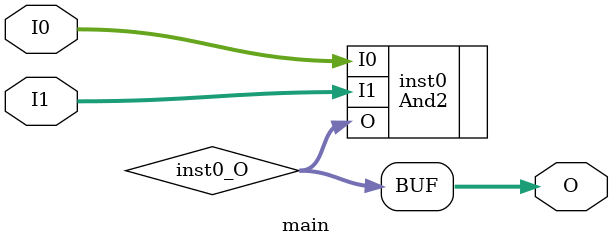
<source format=v>
module main (input [1:0] I0, input [1:0] I1, output [1:0] O);
wire [1:0] inst0_O;
And2 inst0 (.I0(I0), .I1(I1), .O(inst0_O));
assign O = inst0_O;
endmodule


</source>
